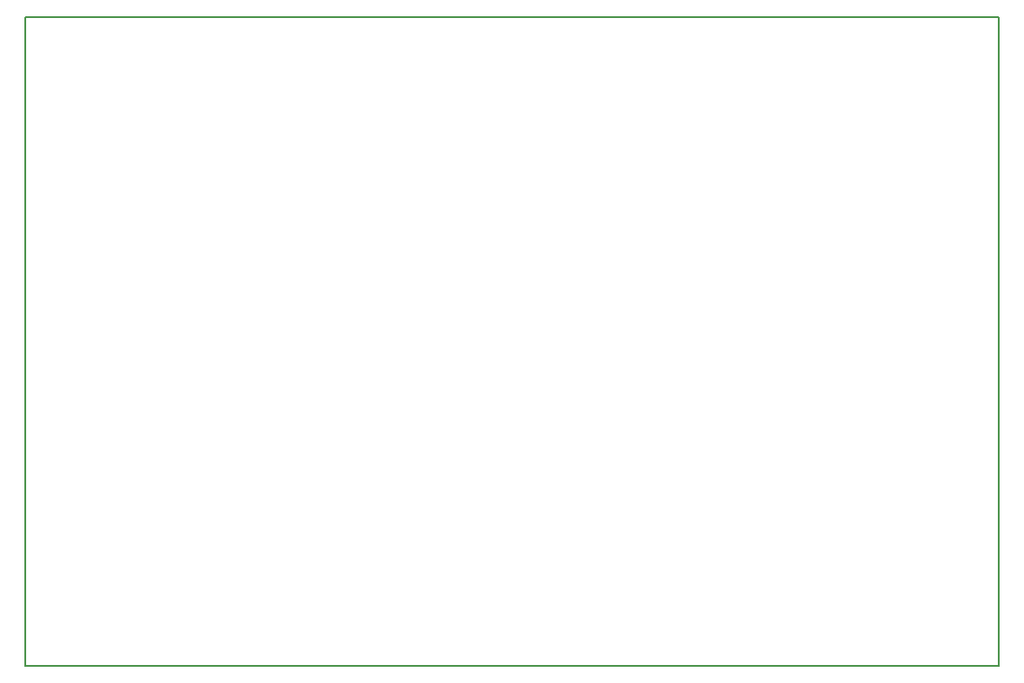
<source format=gbr>
G04 #@! TF.GenerationSoftware,KiCad,Pcbnew,(5.1.5)-3*
G04 #@! TF.CreationDate,2020-06-10T08:40:25+02:00*
G04 #@! TF.ProjectId,BOTLAND-2-KONTROLA-DOSTEPU,424f544c-414e-4442-9d32-2d4b4f4e5452,rev?*
G04 #@! TF.SameCoordinates,Original*
G04 #@! TF.FileFunction,Paste,Bot*
G04 #@! TF.FilePolarity,Positive*
%FSLAX46Y46*%
G04 Gerber Fmt 4.6, Leading zero omitted, Abs format (unit mm)*
G04 Created by KiCad (PCBNEW (5.1.5)-3) date 2020-06-10 08:40:25*
%MOMM*%
%LPD*%
G04 APERTURE LIST*
%ADD10C,0.150000*%
G04 APERTURE END LIST*
D10*
X22860000Y-95250000D02*
X22860000Y-156210000D01*
X24130000Y-95250000D02*
X22860000Y-95250000D01*
X114300000Y-95250000D02*
X24130000Y-95250000D01*
X114300000Y-156210000D02*
X114300000Y-95250000D01*
X22860000Y-156210000D02*
X114300000Y-156210000D01*
M02*

</source>
